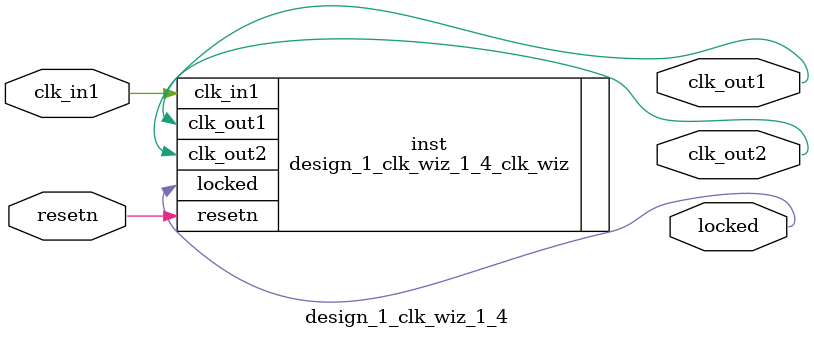
<source format=v>


`timescale 1ps/1ps

(* CORE_GENERATION_INFO = "design_1_clk_wiz_1_4,clk_wiz_v6_0_2_0_0,{component_name=design_1_clk_wiz_1_4,use_phase_alignment=true,use_min_o_jitter=false,use_max_i_jitter=false,use_dyn_phase_shift=false,use_inclk_switchover=false,use_dyn_reconfig=false,enable_axi=0,feedback_source=FDBK_AUTO,PRIMITIVE=MMCM,num_out_clk=2,clkin1_period=10.000,clkin2_period=10.000,use_power_down=false,use_reset=true,use_locked=true,use_inclk_stopped=false,feedback_type=SINGLE,CLOCK_MGR_TYPE=NA,manual_override=false}" *)

module design_1_clk_wiz_1_4 
 (
  // Clock out ports
  output        clk_out1,
  output        clk_out2,
  // Status and control signals
  input         resetn,
  output        locked,
 // Clock in ports
  input         clk_in1
 );

  design_1_clk_wiz_1_4_clk_wiz inst
  (
  // Clock out ports  
  .clk_out1(clk_out1),
  .clk_out2(clk_out2),
  // Status and control signals               
  .resetn(resetn), 
  .locked(locked),
 // Clock in ports
  .clk_in1(clk_in1)
  );

endmodule

</source>
